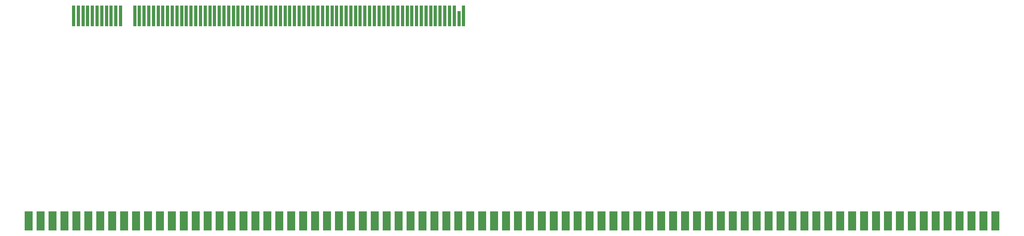
<source format=gbs>
%TF.GenerationSoftware,KiCad,Pcbnew,5.1.6*%
%TF.CreationDate,2020-09-02T12:15:33+02:00*%
%TF.ProjectId,host_adapter,686f7374-5f61-4646-9170-7465722e6b69,rev?*%
%TF.SameCoordinates,Original*%
%TF.FileFunction,Soldermask,Bot*%
%TF.FilePolarity,Negative*%
%FSLAX46Y46*%
G04 Gerber Fmt 4.6, Leading zero omitted, Abs format (unit mm)*
G04 Created by KiCad (PCBNEW 5.1.6) date 2020-09-02 12:15:33*
%MOMM*%
%LPD*%
G01*
G04 APERTURE LIST*
%ADD10R,0.800000X4.400000*%
%ADD11R,0.800000X3.300000*%
%ADD12R,1.800000X4.100000*%
G04 APERTURE END LIST*
D10*
%TO.C,J4*%
X118790000Y-70050000D03*
D11*
X117790000Y-70600000D03*
D10*
X116790000Y-70050000D03*
X115790000Y-70050000D03*
X114790000Y-70050000D03*
X113790000Y-70050000D03*
X112790000Y-70050000D03*
X111790000Y-70050000D03*
X110790000Y-70050000D03*
X109790000Y-70050000D03*
X108790000Y-70050000D03*
X107790000Y-70050000D03*
X106790000Y-70050000D03*
X105790000Y-70050000D03*
X104790000Y-70050000D03*
X103790000Y-70050000D03*
X102790000Y-70050000D03*
X101790000Y-70050000D03*
X100790000Y-70050000D03*
X99790000Y-70050000D03*
X98790000Y-70050000D03*
X97790000Y-70050000D03*
X96790000Y-70050000D03*
X95790000Y-70050000D03*
X94790000Y-70050000D03*
X93790000Y-70050000D03*
X92790000Y-70050000D03*
X91790000Y-70050000D03*
X90790000Y-70050000D03*
X89790000Y-70050000D03*
X88790000Y-70050000D03*
X87790000Y-70050000D03*
X86790000Y-70050000D03*
X49790000Y-70050000D03*
X48790000Y-70050000D03*
X54790000Y-70050000D03*
X53790000Y-70050000D03*
X52790000Y-70050000D03*
X51790000Y-70050000D03*
X50790000Y-70050000D03*
X45790000Y-70050000D03*
X44790000Y-70050000D03*
X43790000Y-70050000D03*
X42790000Y-70050000D03*
X41790000Y-70050000D03*
X40790000Y-70050000D03*
X39790000Y-70050000D03*
X38790000Y-70050000D03*
X37790000Y-70050000D03*
X36790000Y-70050000D03*
X35790000Y-70050000D03*
X55790000Y-70050000D03*
X56790000Y-70050000D03*
X57790000Y-70050000D03*
X58790000Y-70050000D03*
X59790000Y-70050000D03*
X60790000Y-70050000D03*
X61790000Y-70050000D03*
X62790000Y-70050000D03*
X63790000Y-70050000D03*
X64790000Y-70050000D03*
X65790000Y-70050000D03*
X66790000Y-70050000D03*
X67790000Y-70050000D03*
X68790000Y-70050000D03*
X69790000Y-70050000D03*
X70790000Y-70050000D03*
X71790000Y-70050000D03*
X72790000Y-70050000D03*
X73790000Y-70050000D03*
X74790000Y-70050000D03*
X75790000Y-70050000D03*
X76790000Y-70050000D03*
X77790000Y-70050000D03*
X78790000Y-70050000D03*
X79790000Y-70050000D03*
X80790000Y-70050000D03*
X81790000Y-70050000D03*
X82790000Y-70050000D03*
X83790000Y-70050000D03*
X84790000Y-70050000D03*
X85790000Y-70050000D03*
%TD*%
D12*
%TO.C,J6*%
X127815000Y-113680000D03*
X130355000Y-113680000D03*
X132895000Y-113680000D03*
X135435000Y-113680000D03*
X137975000Y-113680000D03*
X140515000Y-113680000D03*
X143055000Y-113680000D03*
X145595000Y-113680000D03*
X148135000Y-113680000D03*
X150675000Y-113680000D03*
X153215000Y-113680000D03*
X155755000Y-113680000D03*
X158295000Y-113680000D03*
X160835000Y-113680000D03*
X163375000Y-113680000D03*
X165915000Y-113680000D03*
X168455000Y-113680000D03*
X170995000Y-113680000D03*
X173535000Y-113680000D03*
X176075000Y-113680000D03*
X178615000Y-113680000D03*
X181155000Y-113680000D03*
X183695000Y-113680000D03*
X186235000Y-113680000D03*
X188775000Y-113680000D03*
X191315000Y-113680000D03*
X193855000Y-113680000D03*
X196395000Y-113680000D03*
X198935000Y-113680000D03*
X201475000Y-113680000D03*
X204015000Y-113680000D03*
X206555000Y-113680000D03*
X209095000Y-113680000D03*
X211635000Y-113680000D03*
X214175000Y-113680000D03*
X216715000Y-113680000D03*
X219255000Y-113680000D03*
X221795000Y-113680000D03*
X224335000Y-113680000D03*
X226875000Y-113680000D03*
%TD*%
%TO.C,J5*%
X26215000Y-113680000D03*
X28755000Y-113680000D03*
X31295000Y-113680000D03*
X33835000Y-113680000D03*
X36375000Y-113680000D03*
X38915000Y-113680000D03*
X41455000Y-113680000D03*
X43995000Y-113680000D03*
X46535000Y-113680000D03*
X49075000Y-113680000D03*
X51615000Y-113680000D03*
X54155000Y-113680000D03*
X56695000Y-113680000D03*
X59235000Y-113680000D03*
X61775000Y-113680000D03*
X64315000Y-113680000D03*
X66855000Y-113680000D03*
X69395000Y-113680000D03*
X71935000Y-113680000D03*
X74475000Y-113680000D03*
X77015000Y-113680000D03*
X79555000Y-113680000D03*
X82095000Y-113680000D03*
X84635000Y-113680000D03*
X87175000Y-113680000D03*
X89715000Y-113680000D03*
X92255000Y-113680000D03*
X94795000Y-113680000D03*
X97335000Y-113680000D03*
X99875000Y-113680000D03*
X102415000Y-113680000D03*
X104955000Y-113680000D03*
X107495000Y-113680000D03*
X110035000Y-113680000D03*
X112575000Y-113680000D03*
X115115000Y-113680000D03*
X117655000Y-113680000D03*
X120195000Y-113680000D03*
X122735000Y-113680000D03*
X125275000Y-113680000D03*
%TD*%
%TO.C,J7*%
X229415000Y-113680000D03*
X231955000Y-113680000D03*
%TD*%
M02*

</source>
